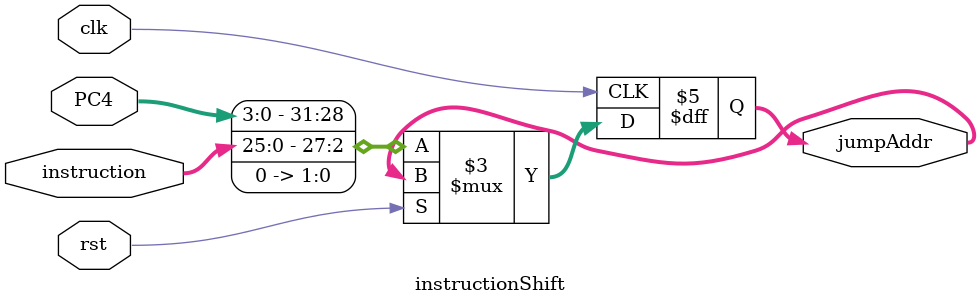
<source format=v>
`timescale 1ns / 1ps
module instructionShift(
    input clk,
    input rst,
    input [25:0] instruction,
    input [3:0] PC4,
    
    output reg [31:0] jumpAddr
);

    always@(posedge clk)
    if (rst)
        begin
        end
    
    else
        begin
            jumpAddr <= {PC4, instruction, 2'b00};   
        end
endmodule

</source>
